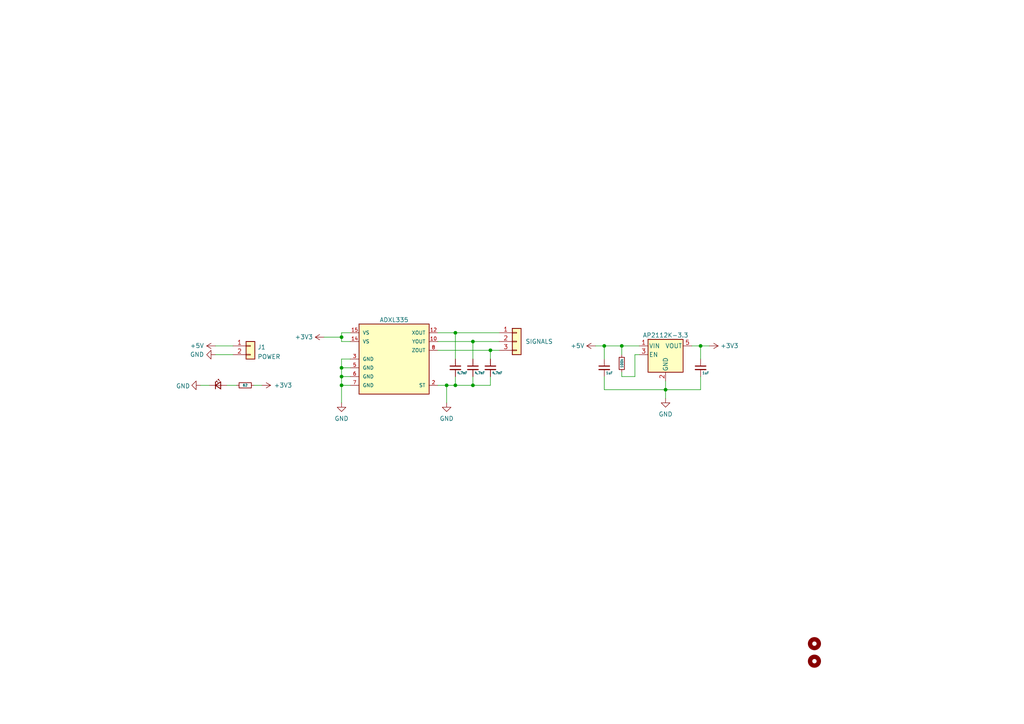
<source format=kicad_sch>
(kicad_sch (version 20231120) (generator "eeschema") (generator_version "8.0")
  (paper "A4")
  (title_block (title "ADXL335") (date "2024-05-05") (rev "0.0.1") (company "Alban Petit"))
  (lib_symbols
    (symbol "ADXL335:ADXL335" (pin_names (offset 1.016))
      (property "Reference" "U" (at 0 12.7 0))
      (property "Value" "ADXL335" (at 0 10.16 0))
      (symbol "ADXL335_0_0"
        (rectangle (start -10.16 -10.16) (end 10.16 10.16) (stroke (width 0.254)) (fill (type background)))
        (pin bidirectional line (at 12.7 5.08 180) (length 2.54) (name "YOUT") (number "10"))
        (pin bidirectional line (at 12.7 7.62 180) (length 2.54) (name "XOUT") (number "12"))
        (pin bidirectional line (at -12.7 5.08 0) (length 2.54) (name "VS") (number "14"))
        (pin bidirectional line (at -12.7 7.62 0) (length 2.54) (name "VS") (number "15"))
        (pin bidirectional line (at 12.7 -7.62 180) (length 2.54) (name "ST") (number "2"))
        (pin bidirectional line (at -12.7 0 0) (length 2.54) (name "GND") (number "3"))
        (pin bidirectional line (at -12.7 -2.54 0) (length 2.54) (name "GND") (number "5"))
        (pin bidirectional line (at -12.7 -5.08 0) (length 2.54) (name "GND") (number "6"))
        (pin bidirectional line (at -12.7 -7.62 0) (length 2.54) (name "GND") (number "7"))
        (pin bidirectional line (at 12.7 2.54 180) (length 2.54) (name "ZOUT") (number "8"))
      )
    )
    (symbol "Connector_Generic:Conn_01x02" (pin_names (offset 1.016) hide)
      (property "Reference" "J" (at 0 2.54 0))
      (property "Value" "Conn_01x02" (at 0 -5.08 0))
      (symbol "Conn_01x02_1_1"
        (rectangle (start -1.27 -2.413) (end 0 -2.667) (stroke (width 0.1524)))
        (rectangle (start -1.27 0.127) (end 0 -0.127) (stroke (width 0.1524)))
        (rectangle (start -1.27 1.27) (end 1.27 -3.81) (stroke (width 0.254)) (fill (type background)))
        (pin passive line (at -5.08 0 0) (length 3.81) (name "Pin_1") (number "1"))
        (pin passive line (at -5.08 -2.54 0) (length 3.81) (name "Pin_2") (number "2"))
      )
    )
    (symbol "Connector_Generic:Conn_01x03" (pin_names (offset 1.016) hide)
      (property "Reference" "J" (at 0 5.08 0))
      (property "Value" "Conn_01x03" (at 0 -5.08 0))
      (symbol "Conn_01x03_1_1"
        (rectangle (start -1.27 -2.413) (end 0 -2.667) (stroke (width 0.1524)))
        (rectangle (start -1.27 0.127) (end 0 -0.127) (stroke (width 0.1524)))
        (rectangle (start -1.27 2.667) (end 0 2.413) (stroke (width 0.1524)))
        (rectangle (start -1.27 3.81) (end 1.27 -3.81) (stroke (width 0.254)) (fill (type background)))
        (pin passive line (at -5.08 2.54 0) (length 3.81) (name "Pin_1") (number "1"))
        (pin passive line (at -5.08 0 0) (length 3.81) (name "Pin_2") (number "2"))
        (pin passive line (at -5.08 -2.54 0) (length 3.81) (name "Pin_3") (number "3"))
      )
    )
    (symbol "Device:C_Small" (pin_numbers hide) (pin_names (offset 0.254) hide)
      (property "Reference" "C" (at 0.254 1.778 0))
      (property "Value" "C_Small" (at 0.254 -2.032 0))
      (symbol "C_Small_0_1"
        (polyline (pts (xy -1.524 -0.508) (xy 1.524 -0.508)) (stroke (width 0.3302)))
        (polyline (pts (xy -1.524 0.508) (xy 1.524 0.508)) (stroke (width 0.3048)))
      )
      (symbol "C_Small_1_1"
        (pin passive line (at 0 2.54 270) (length 2.032) (name "~") (number "1"))
        (pin passive line (at 0 -2.54 90) (length 2.032) (name "~") (number "2"))
      )
    )
    (symbol "Device:LED_Small" (pin_numbers hide) (pin_names (offset 0.254) hide)
      (property "Reference" "D" (at -1.27 3.175 0))
      (property "Value" "LED_Small" (at -4.445 -2.54 0))
      (symbol "LED_Small_0_1"
        (polyline (pts (xy -0.762 -1.016) (xy -0.762 1.016)) (stroke (width 0.254)))
        (polyline (pts (xy 1.016 0) (xy -0.762 0)))
        (polyline (pts (xy 0.762 -1.016) (xy -0.762 0) (xy 0.762 1.016) (xy 0.762 -1.016)) (stroke (width 0.254)))
        (polyline (pts (xy 0 0.762) (xy -0.508 1.27) (xy -0.254 1.27) (xy -0.508 1.27) (xy -0.508 1.016)))
        (polyline (pts (xy 0.508 1.27) (xy 0 1.778) (xy 0.254 1.778) (xy 0 1.778) (xy 0 1.524)))
      )
      (symbol "LED_Small_1_1"
        (pin passive line (at -2.54 0 0) (length 1.778) (name "K") (number "1"))
        (pin passive line (at 2.54 0 180) (length 1.778) (name "A") (number "2"))
      )
    )
    (symbol "Device:R_Small" (pin_numbers hide) (pin_names (offset 0.254) hide)
      (property "Reference" "R" (at 0.762 0.508 0))
      (property "Value" "R_Small" (at 0.762 -1.016 0))
      (symbol "R_Small_0_1"
        (rectangle (start -0.762 1.778) (end 0.762 -1.778) (stroke (width 0.2032)))
      )
      (symbol "R_Small_1_1"
        (pin passive line (at 0 2.54 270) (length 0.762) (name "~") (number "1"))
        (pin passive line (at 0 -2.54 90) (length 0.762) (name "~") (number "2"))
      )
    )
    (symbol "Mechanical:MountingHole" (pin_names (offset 1.016))
      (property "Reference" "H" (at 0 5.08 0))
      (property "Value" "MountingHole" (at 0 3.175 0))
      (symbol "MountingHole_0_1"
        (circle (center 0 0) (radius 1.27) (stroke (width 1.27)))
      )
    )
    (symbol "Regulator_Linear:AP2112K-3.3" (pin_names (offset 0.254))
      (property "Reference" "U" (at -5.08 5.715 0))
      (property "Value" "AP2112K-3.3" (at 0 5.715 0))
      (symbol "AP2112K-3.3_0_1"
        (rectangle (start -5.08 4.445) (end 5.08 -5.08) (stroke (width 0.254)) (fill (type background)))
      )
      (symbol "AP2112K-3.3_1_1"
        (pin power_in line (at -7.62 2.54 0) (length 2.54) (name "VIN") (number "1"))
        (pin power_in line (at 0 -7.62 90) (length 2.54) (name "GND") (number "2"))
        (pin input line (at -7.62 0 0) (length 2.54) (name "EN") (number "3"))
        (pin no_connect line (at 5.08 0 180) (length 2.54) hide (name "NC") (number "4"))
        (pin power_out line (at 7.62 2.54 180) (length 2.54) (name "VOUT") (number "5"))
      )
    )
    (symbol "power:+3V3" (power) (pin_names (offset 0))
      (property "Value" "+3V3" (at 0 3.556 0))
      (symbol "+3V3_0_1"
        (polyline (pts (xy -0.762 1.27) (xy 0 2.54)))
        (polyline (pts (xy 0 0) (xy 0 2.54)))
        (polyline (pts (xy 0 2.54) (xy 0.762 1.27)))
      )
      (symbol "+3V3_1_1"
        (pin power_in line (at 0 0 90) (length 0) hide (name "+3V3") (number "1"))
      )
    )
    (symbol "power:+5V" (power) (pin_names (offset 0))
      (property "Value" "+5V" (at 0 3.556 0))
      (symbol "+5V_0_1"
        (polyline (pts (xy -0.762 1.27) (xy 0 2.54)))
        (polyline (pts (xy 0 0) (xy 0 2.54)))
        (polyline (pts (xy 0 2.54) (xy 0.762 1.27)))
      )
      (symbol "+5V_1_1"
        (pin power_in line (at 0 0 90) (length 0) hide (name "+5V") (number "1"))
      )
    )
    (symbol "power:GND" (power) (pin_names (offset 0))
      (property "Value" "GND" (at 0 -3.81 0))
      (symbol "GND_0_1"
        (polyline (pts (xy 0 0) (xy 0 -1.27) (xy 1.27 -1.27) (xy 0 -2.54) (xy -1.27 -1.27) (xy 0 -1.27)))
      )
      (symbol "GND_1_1"
        (pin power_in line (at 0 0 270) (length 0) hide (name "GND") (number "1"))
      )
    )
  )
  (junction (at 175.26 100.33))
  (junction (at 142.24 101.6))
  (junction (at 99.06 97.79))
  (junction (at 203.2 100.33))
  (junction (at 193.04 113.03))
  (junction (at 99.06 109.22))
  (junction (at 137.16 99.06))
  (junction (at 129.54 111.76))
  (junction (at 137.16 111.76))
  (junction (at 99.06 106.68))
  (junction (at 99.06 111.76))
  (junction (at 132.08 96.52))
  (junction (at 180.34 100.33))
  (junction (at 132.08 111.76))
  (wire (pts (xy 132.08 96.52) (xy 132.08 104.14)))
  (wire (pts (xy 99.06 116.84) (xy 99.06 111.76)))
  (wire (pts (xy 99.06 104.14) (xy 99.06 106.68)))
  (wire (pts (xy 101.6 104.14) (xy 99.06 104.14)))
  (wire (pts (xy 175.26 100.33) (xy 175.26 104.14)))
  (wire (pts (xy 65.786 111.76) (xy 68.58 111.76)))
  (wire (pts (xy 93.98 97.79) (xy 99.06 97.79)))
  (wire (pts (xy 180.34 107.95) (xy 180.34 109.22)))
  (wire (pts (xy 184.15 102.87) (xy 184.15 109.22)))
  (wire (pts (xy 184.15 109.22) (xy 180.34 109.22)))
  (wire (pts (xy 185.42 102.87) (xy 184.15 102.87)))
  (wire (pts (xy 101.6 111.76) (xy 99.06 111.76)))
  (wire (pts (xy 127 99.06) (xy 137.16 99.06)))
  (wire (pts (xy 137.16 99.06) (xy 144.78 99.06)))
  (wire (pts (xy 58.166 111.76) (xy 60.706 111.76)))
  (wire (pts (xy 99.06 109.22) (xy 99.06 111.76)))
  (wire (pts (xy 101.6 109.22) (xy 99.06 109.22)))
  (wire (pts (xy 137.16 109.22) (xy 137.16 111.76)))
  (wire (pts (xy 137.16 111.76) (xy 132.08 111.76)))
  (wire (pts (xy 132.08 109.22) (xy 132.08 111.76)))
  (wire (pts (xy 132.08 111.76) (xy 129.54 111.76)))
  (wire (pts (xy 127 101.6) (xy 142.24 101.6)))
  (wire (pts (xy 142.24 101.6) (xy 144.78 101.6)))
  (wire (pts (xy 137.16 99.06) (xy 137.16 104.14)))
  (wire (pts (xy 127 96.52) (xy 132.08 96.52)))
  (wire (pts (xy 132.08 96.52) (xy 144.78 96.52)))
  (wire (pts (xy 203.2 100.33) (xy 203.2 104.14)))
  (wire (pts (xy 193.04 110.49) (xy 193.04 113.03)))
  (wire (pts (xy 193.04 113.03) (xy 193.04 115.57)))
  (wire (pts (xy 175.26 109.22) (xy 175.26 113.03)))
  (wire (pts (xy 175.26 113.03) (xy 193.04 113.03)))
  (wire (pts (xy 180.34 100.33) (xy 180.34 102.87)))
  (wire (pts (xy 142.24 101.6) (xy 142.24 104.14)))
  (wire (pts (xy 73.66 111.76) (xy 75.946 111.76)))
  (wire (pts (xy 62.484 102.87) (xy 67.564 102.87)))
  (wire (pts (xy 62.484 100.33) (xy 67.564 100.33)))
  (wire (pts (xy 172.72 100.33) (xy 175.26 100.33)))
  (wire (pts (xy 175.26 100.33) (xy 180.34 100.33)))
  (wire (pts (xy 180.34 100.33) (xy 185.42 100.33)))
  (wire (pts (xy 129.54 116.84) (xy 129.54 111.76)))
  (wire (pts (xy 99.06 106.68) (xy 99.06 109.22)))
  (wire (pts (xy 101.6 106.68) (xy 99.06 106.68)))
  (wire (pts (xy 127 111.76) (xy 129.54 111.76)))
  (wire (pts (xy 200.66 100.33) (xy 203.2 100.33)))
  (wire (pts (xy 203.2 100.33) (xy 205.74 100.33)))
  (wire (pts (xy 142.24 109.22) (xy 142.24 111.76)))
  (wire (pts (xy 142.24 111.76) (xy 137.16 111.76)))
  (wire (pts (xy 99.06 96.52) (xy 101.6 96.52)))
  (wire (pts (xy 99.06 97.79) (xy 99.06 96.52)))
  (wire (pts (xy 99.06 99.06) (xy 99.06 97.79)))
  (wire (pts (xy 101.6 99.06) (xy 99.06 99.06)))
  (wire (pts (xy 203.2 109.22) (xy 203.2 113.03)))
  (wire (pts (xy 203.2 113.03) (xy 193.04 113.03)))
  (symbol (lib_id "Device:C_Small") (at 142.24 106.68 0) (unit 1)
    (property "Reference" "C3" (effects (hide yes)))
    (property "Value" "4.7nF" (at 142.7099 108.175 0) (effects (font (size 0.7 0.7)) (justify left)))
    (property "Footprint" "Capacitor_SMD:C_0603_1608Metric" (effects (hide yes)))
  )
  (symbol (lib_id "ADXL335:ADXL335") (at 114.3 104.14 0) (unit 1)
    (property "Reference" "U1" (effects (hide yes)))
    (property "Value" "ADXL335" (at 114.3 92.7884 0))
    (property "Footprint" "ADXL335:LFCSP-16" (effects (hide yes)))
  )
  (symbol (lib_id "power:GND") (at 99.06 116.84 0) (mirror y) (unit 1)
    (property "Reference" "#PWR0106" (effects (hide yes)))
    (property "Value" "GND" (at 99.06 121.4026 0))
  )
  (symbol (lib_id "Device:C_Small") (at 132.08 106.68 0) (unit 1)
    (property "Reference" "C1" (effects (hide yes)))
    (property "Value" "4.7nF" (at 132.5499 108.175 0) (effects (font (size 0.7 0.7)) (justify left)))
    (property "Footprint" "Capacitor_SMD:C_0603_1608Metric" (effects (hide yes)))
  )
  (symbol (lib_id "Device:R_Small") (at 71.12 111.76 270) (unit 1)
    (property "Reference" "R1" (effects (hide yes)))
    (property "Value" "62" (at 71.12 111.7456 90) (effects (font (size 0.7 0.7))))
    (property "Footprint" "Resistor_SMD:R_0603_1608Metric" (effects (hide yes)))
  )
  (symbol (lib_id "power:+3V3") (at 205.74 100.33 270) (unit 1)
    (property "Reference" "#PWR0109" (effects (hide yes)))
    (property "Value" "+3V3" (at 208.9151 100.301 90) (effects (justify left)))
  )
  (symbol (lib_id "Mechanical:MountingHole") (at 236.22 191.77 0) (unit 1)
    (property "Reference" "H4" (effects (hide yes)))
    (property "Value" "MountingHole" (effects (hide yes)))
    (property "Footprint" "MountingHole:MountingHole_2.2mm_M2_DIN965_Pad" (effects (hide yes)))
  )
  (symbol (lib_id "Device:C_Small") (at 137.16 106.68 0) (unit 1)
    (property "Reference" "C2" (effects (hide yes)))
    (property "Value" "4.7nF" (at 137.6299 108.175 0) (effects (font (size 0.7 0.7)) (justify left)))
    (property "Footprint" "Capacitor_SMD:C_0603_1608Metric" (effects (hide yes)))
  )
  (symbol (lib_id "Connector_Generic:Conn_01x03") (at 149.86 99.06 0) (unit 1)
    (property "Reference" "J2" (effects (hide yes)))
    (property "Value" "SIGNALS" (at 152.4 99.0599 0) (effects (justify left)))
    (property "Footprint" "Connector_JST:JST_PH_B3B-PH-SM4-TB_1x03-1MP_P2.00mm_Vertical" (effects (hide yes)))
  )
  (symbol (lib_id "Regulator_Linear:AP2112K-3.3") (at 193.04 102.87 0) (unit 1)
    (property "Reference" "U2" (effects (hide yes)))
    (property "Value" "AP2112K-3.3" (at 193.04 97.2335 0))
    (property "Footprint" "Package_TO_SOT_SMD:SOT-23-5" (effects (hide yes)))
    (property "Datasheet" "https://www.diodes.com/assets/Datasheets/AP2112.pdf" (effects (hide yes)))
  )
  (symbol (lib_id "power:GND") (at 58.166 111.76 270) (unit 1)
    (property "Reference" "#PWR0102" (effects (hide yes)))
    (property "Value" "GND" (at 53.086 111.9654 90))
  )
  (symbol (lib_id "Device:LED_Small") (at 63.246 111.76 0) (unit 1)
    (property "Reference" "D1" (effects (hide yes)))
    (property "Value" "POWER" (effects (hide yes)))
    (property "Footprint" "LED_SMD:LED_0603_1608Metric" (effects (hide yes)))
  )
  (symbol (lib_id "Mechanical:MountingHole") (at 236.22 186.69 0) (unit 1)
    (property "Reference" "H3" (effects (hide yes)))
    (property "Value" "MountingHole" (effects (hide yes)))
    (property "Footprint" "MountingHole:MountingHole_2.2mm_M2_DIN965_Pad" (effects (hide yes)))
  )
  (symbol (lib_id "Device:R_Small") (at 180.34 105.41 0) (unit 1)
    (property "Reference" "R2" (effects (hide yes)))
    (property "Value" "100k" (at 180.3654 105.381 90) (effects (font (size 0.7 0.7))))
    (property "Footprint" "Resistor_SMD:R_0603_1608Metric" (effects (hide yes)))
  )
  (symbol (lib_id "power:GND") (at 62.484 102.87 270) (mirror x) (unit 1)
    (property "Reference" "#PWR0104" (effects (hide yes)))
    (property "Value" "GND" (at 57.15 102.8214 90))
  )
  (symbol (lib_id "Device:C_Small") (at 175.26 106.68 0) (unit 1)
    (property "Reference" "C4" (effects (hide yes)))
    (property "Value" "1uF" (at 177.7619 108.175 0) (effects (font (size 0.7 0.7)) (justify right)))
    (property "Footprint" "Capacitor_SMD:C_0603_1608Metric" (effects (hide yes)))
  )
  (symbol (lib_id "power:GND") (at 193.04 115.57 0) (unit 1)
    (property "Reference" "#PWR0108" (effects (hide yes)))
    (property "Value" "GND" (at 193.04 120.1326 0))
  )
  (symbol (lib_id "power:GND") (at 129.54 116.84 0) (unit 1)
    (property "Reference" "#PWR0101" (effects (hide yes)))
    (property "Value" "GND" (at 129.54 121.4026 0))
  )
  (symbol (lib_id "power:+5V") (at 172.72 100.33 90) (unit 1)
    (property "Reference" "#PWR0110" (effects (hide yes)))
    (property "Value" "+5V" (at 169.545 100.301 90) (effects (justify left)))
  )
  (symbol (lib_id "power:+5V") (at 62.484 100.33 90) (unit 1)
    (property "Reference" "#PWR0103" (effects (hide yes)))
    (property "Value" "+5V" (at 57.15 100.2814 90))
  )
  (symbol (lib_id "power:+3V3") (at 93.98 97.79 90) (unit 1)
    (property "Reference" "#PWR0105" (effects (hide yes)))
    (property "Value" "+3V3" (at 88.138 97.7414 90))
  )
  (symbol (lib_id "Device:C_Small") (at 203.2 106.68 0) (unit 1)
    (property "Reference" "C5" (effects (hide yes)))
    (property "Value" "1uF" (at 205.7019 108.175 0) (effects (font (size 0.7 0.7)) (justify right)))
    (property "Footprint" "Capacitor_SMD:C_0603_1608Metric" (effects (hide yes)))
  )
  (symbol (lib_id "Connector_Generic:Conn_01x02") (at 72.644 100.33 0) (unit 1)
    (property "Reference" "J1" (at 74.6761 100.6915 0) (effects (justify left)))
    (property "Value" "POWER" (at 74.6761 103.4666 0) (effects (justify left)))
    (property "Footprint" "Connector_JST:JST_PH_B2B-PH-SM4-TB_1x02-1MP_P2.00mm_Vertical" (effects (hide yes)))
  )
  (symbol (lib_id "power:+3V3") (at 75.946 111.76 270) (unit 1)
    (property "Reference" "#PWR0107" (effects (hide yes)))
    (property "Value" "+3V3" (at 82.0906 111.76 90))
  )
)
</source>
